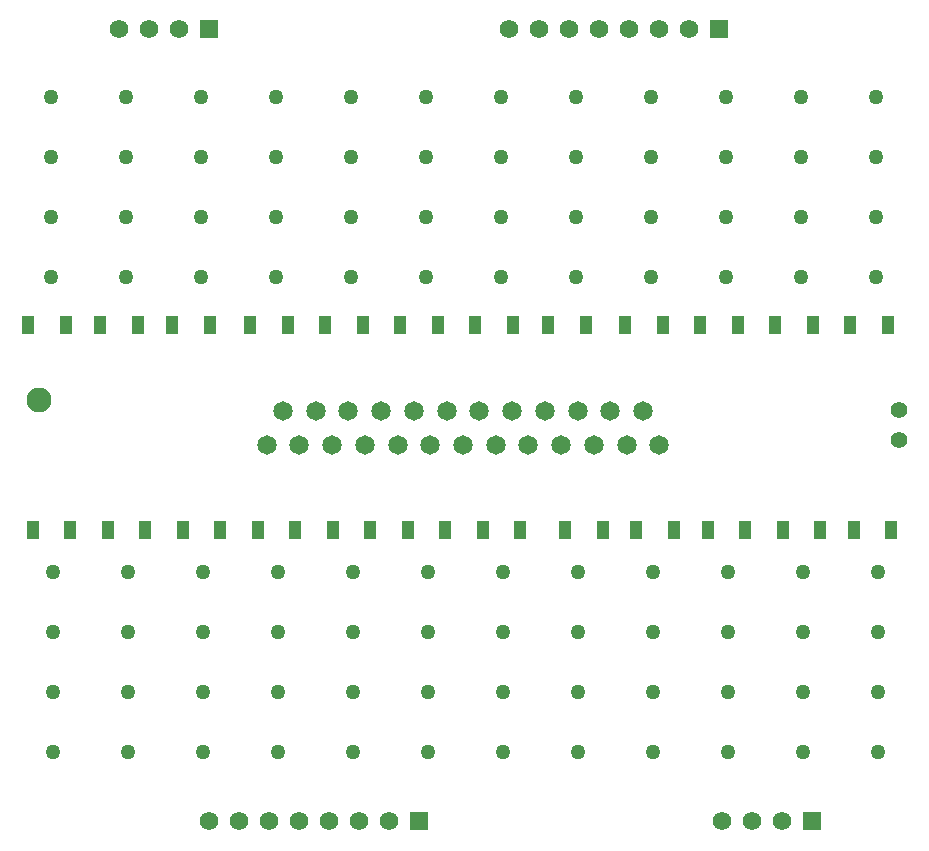
<source format=gbr>
%TF.GenerationSoftware,Altium Limited,Altium Designer,24.1.2 (44)*%
G04 Layer_Color=8388736*
%FSLAX45Y45*%
%MOMM*%
%TF.SameCoordinates,7409CC48-22DB-44E9-B9CF-AE3C77DAA70A*%
%TF.FilePolarity,Negative*%
%TF.FileFunction,Soldermask,Top*%
%TF.Part,Single*%
G01*
G75*
%TA.AperFunction,SMDPad,CuDef*%
%ADD11R,1.00000X1.50000*%
%TA.AperFunction,ComponentPad*%
%ADD12C,1.65100*%
%ADD16C,1.27000*%
%ADD17C,1.39700*%
%ADD24R,1.57320X1.57320*%
%ADD25C,1.57320*%
%ADD26C,2.10820*%
D11*
X284500Y2667000D02*
D03*
X604500D02*
D03*
X919500D02*
D03*
X1239500D02*
D03*
X1554500D02*
D03*
X1874500D02*
D03*
X2189500D02*
D03*
X2509500D02*
D03*
X5395000D02*
D03*
X5715000D02*
D03*
X2824500D02*
D03*
X3144500D02*
D03*
X3459500D02*
D03*
X3779500D02*
D03*
X4094500D02*
D03*
X4414500D02*
D03*
X2761000Y4406900D02*
D03*
X3081000D02*
D03*
X4793000Y2667000D02*
D03*
X5113000D02*
D03*
X6319500D02*
D03*
X5999500D02*
D03*
X6634500D02*
D03*
X6954500D02*
D03*
X246400Y4406900D02*
D03*
X566400D02*
D03*
X3716000D02*
D03*
X3396000D02*
D03*
X2446000D02*
D03*
X2126000D02*
D03*
X4968200D02*
D03*
X4648200D02*
D03*
X5621000D02*
D03*
X5301000D02*
D03*
X6256000D02*
D03*
X5936000D02*
D03*
X6891000D02*
D03*
X6571000D02*
D03*
X7526000D02*
D03*
X7206000D02*
D03*
X1176000D02*
D03*
X856000D02*
D03*
X1785600D02*
D03*
X1465600D02*
D03*
X4351000D02*
D03*
X4031000D02*
D03*
X7236500Y2667000D02*
D03*
X7556500D02*
D03*
D12*
X2267100Y3390900D02*
D03*
X2544100D02*
D03*
X2821100D02*
D03*
X3098100D02*
D03*
X3375100D02*
D03*
X3652100D02*
D03*
X3929100D02*
D03*
X4206100D02*
D03*
X4483100D02*
D03*
X4760100D02*
D03*
X5037100D02*
D03*
X5314100D02*
D03*
X5591100D02*
D03*
X2405600Y3674900D02*
D03*
X2682600D02*
D03*
X2959600D02*
D03*
X3236600D02*
D03*
X3513600D02*
D03*
X3790600D02*
D03*
X4067600D02*
D03*
X4344600D02*
D03*
X4621600D02*
D03*
X4898600D02*
D03*
X5175600D02*
D03*
X5452600D02*
D03*
D16*
X457200Y787400D02*
D03*
Y1295400D02*
D03*
Y1803400D02*
D03*
Y2311400D02*
D03*
X2349500Y6337300D02*
D03*
Y5829300D02*
D03*
Y5321300D02*
D03*
Y4813300D02*
D03*
X1092200Y2311400D02*
D03*
Y1803400D02*
D03*
Y1295400D02*
D03*
Y787400D02*
D03*
X1727200Y2311400D02*
D03*
Y1803400D02*
D03*
Y1295400D02*
D03*
Y787400D02*
D03*
X2362200Y2311400D02*
D03*
Y1803400D02*
D03*
Y1295400D02*
D03*
Y787400D02*
D03*
X4902200Y2311400D02*
D03*
Y1803400D02*
D03*
Y1295400D02*
D03*
Y787400D02*
D03*
X4267200Y2311400D02*
D03*
Y1803400D02*
D03*
Y1295400D02*
D03*
Y787400D02*
D03*
X3632200Y2311400D02*
D03*
Y1803400D02*
D03*
Y1295400D02*
D03*
Y787400D02*
D03*
X2997200Y2311400D02*
D03*
Y1803400D02*
D03*
Y1295400D02*
D03*
Y787400D02*
D03*
X5537200Y2311400D02*
D03*
Y1803400D02*
D03*
Y1295400D02*
D03*
Y787400D02*
D03*
X6172200Y2311400D02*
D03*
Y1803400D02*
D03*
Y1295400D02*
D03*
Y787400D02*
D03*
X6807200Y2311400D02*
D03*
Y1803400D02*
D03*
Y1295400D02*
D03*
Y787400D02*
D03*
X7442200Y2311400D02*
D03*
Y1803400D02*
D03*
Y1295400D02*
D03*
Y787400D02*
D03*
X444500Y4813300D02*
D03*
Y5321300D02*
D03*
Y5829300D02*
D03*
Y6337300D02*
D03*
X1079500Y4813300D02*
D03*
Y5321300D02*
D03*
Y5829300D02*
D03*
Y6337300D02*
D03*
X1714500Y4813300D02*
D03*
Y5321300D02*
D03*
Y5829300D02*
D03*
Y6337300D02*
D03*
X2984500Y4813300D02*
D03*
Y5321300D02*
D03*
Y5829300D02*
D03*
Y6337300D02*
D03*
X3619500Y4813300D02*
D03*
Y5321300D02*
D03*
Y5829300D02*
D03*
Y6337300D02*
D03*
X4254500Y4813300D02*
D03*
Y5321300D02*
D03*
Y5829300D02*
D03*
Y6337300D02*
D03*
X4889500Y4813300D02*
D03*
Y5321300D02*
D03*
Y5829300D02*
D03*
Y6337300D02*
D03*
X5524500Y4813300D02*
D03*
Y5321300D02*
D03*
Y5829300D02*
D03*
Y6337300D02*
D03*
X6159500Y4813300D02*
D03*
Y5321300D02*
D03*
Y5829300D02*
D03*
Y6337300D02*
D03*
X6794500Y4813300D02*
D03*
Y5321300D02*
D03*
Y5829300D02*
D03*
Y6337300D02*
D03*
X7429500Y4813300D02*
D03*
Y5321300D02*
D03*
Y5829300D02*
D03*
Y6337300D02*
D03*
D17*
X7620000Y3429000D02*
D03*
Y3683000D02*
D03*
D24*
X6883400Y203200D02*
D03*
X1778000Y6908800D02*
D03*
X6096000D02*
D03*
X3556000Y203200D02*
D03*
D25*
X6629400D02*
D03*
X6375400D02*
D03*
X6121400D02*
D03*
X1016000Y6908800D02*
D03*
X1270000D02*
D03*
X1524000D02*
D03*
X4318000D02*
D03*
X4572000D02*
D03*
X4826000D02*
D03*
X5080000D02*
D03*
X5334000D02*
D03*
X5588000D02*
D03*
X5842000D02*
D03*
X1778000Y203200D02*
D03*
X2032000D02*
D03*
X2286000D02*
D03*
X2540000D02*
D03*
X2794000D02*
D03*
X3048000D02*
D03*
X3302000D02*
D03*
D26*
X336550Y3768716D02*
D03*
%TF.MD5,b020f69c87e54b80800303558a9cc3d6*%
M02*

</source>
